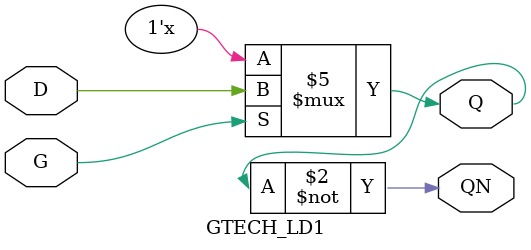
<source format=v>



module GTECH_LD1 (D, G, Q, QN); 
	input D, G;
	output Q, QN;

	reg Q, QN;


	always @(Q)
        begin
                QN = ~Q;
        end

        always @(G or D)
        begin
            if (G) 
		Q = D;
        end
endmodule




</source>
